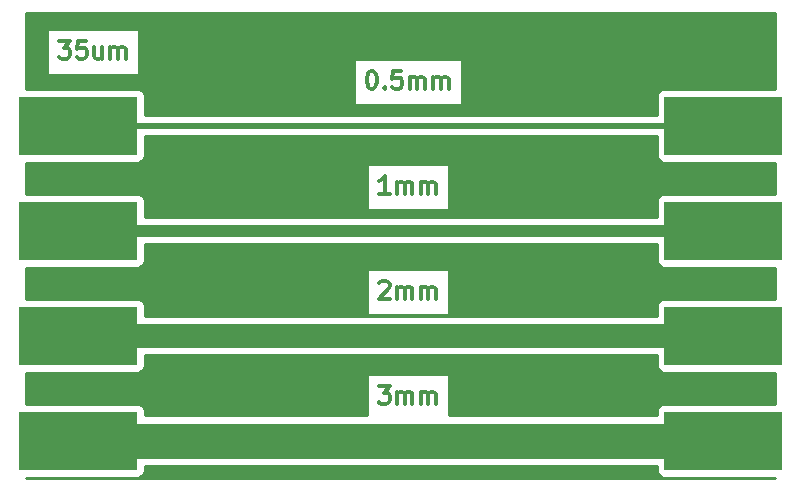
<source format=gbr>
%TF.GenerationSoftware,KiCad,Pcbnew,(5.1.8)-1*%
%TF.CreationDate,2021-05-19T18:10:43+02:00*%
%TF.ProjectId,dummy,64756d6d-792e-46b6-9963-61645f706362,rev?*%
%TF.SameCoordinates,Original*%
%TF.FileFunction,Copper,L1,Top*%
%TF.FilePolarity,Positive*%
%FSLAX46Y46*%
G04 Gerber Fmt 4.6, Leading zero omitted, Abs format (unit mm)*
G04 Created by KiCad (PCBNEW (5.1.8)-1) date 2021-05-19 18:10:43*
%MOMM*%
%LPD*%
G01*
G04 APERTURE LIST*
%TA.AperFunction,NonConductor*%
%ADD10C,0.300000*%
%TD*%
%TA.AperFunction,SMDPad,CuDef*%
%ADD11R,10.000000X5.000000*%
%TD*%
%TA.AperFunction,Conductor*%
%ADD12C,0.500000*%
%TD*%
%TA.AperFunction,Conductor*%
%ADD13C,3.000000*%
%TD*%
%TA.AperFunction,Conductor*%
%ADD14C,1.000000*%
%TD*%
%TA.AperFunction,Conductor*%
%ADD15C,2.000000*%
%TD*%
%TA.AperFunction,NonConductor*%
%ADD16C,0.254000*%
%TD*%
%TA.AperFunction,NonConductor*%
%ADD17C,0.100000*%
%TD*%
G04 APERTURE END LIST*
D10*
X139347142Y-43628571D02*
X140275714Y-43628571D01*
X139775714Y-44200000D01*
X139990000Y-44200000D01*
X140132857Y-44271428D01*
X140204285Y-44342857D01*
X140275714Y-44485714D01*
X140275714Y-44842857D01*
X140204285Y-44985714D01*
X140132857Y-45057142D01*
X139990000Y-45128571D01*
X139561428Y-45128571D01*
X139418571Y-45057142D01*
X139347142Y-44985714D01*
X141632857Y-43628571D02*
X140918571Y-43628571D01*
X140847142Y-44342857D01*
X140918571Y-44271428D01*
X141061428Y-44200000D01*
X141418571Y-44200000D01*
X141561428Y-44271428D01*
X141632857Y-44342857D01*
X141704285Y-44485714D01*
X141704285Y-44842857D01*
X141632857Y-44985714D01*
X141561428Y-45057142D01*
X141418571Y-45128571D01*
X141061428Y-45128571D01*
X140918571Y-45057142D01*
X140847142Y-44985714D01*
X142990000Y-44128571D02*
X142990000Y-45128571D01*
X142347142Y-44128571D02*
X142347142Y-44914285D01*
X142418571Y-45057142D01*
X142561428Y-45128571D01*
X142775714Y-45128571D01*
X142918571Y-45057142D01*
X142990000Y-44985714D01*
X143704285Y-45128571D02*
X143704285Y-44128571D01*
X143704285Y-44271428D02*
X143775714Y-44200000D01*
X143918571Y-44128571D01*
X144132857Y-44128571D01*
X144275714Y-44200000D01*
X144347142Y-44342857D01*
X144347142Y-45128571D01*
X144347142Y-44342857D02*
X144418571Y-44200000D01*
X144561428Y-44128571D01*
X144775714Y-44128571D01*
X144918571Y-44200000D01*
X144990000Y-44342857D01*
X144990000Y-45128571D01*
X166410000Y-72838571D02*
X167338571Y-72838571D01*
X166838571Y-73410000D01*
X167052857Y-73410000D01*
X167195714Y-73481428D01*
X167267142Y-73552857D01*
X167338571Y-73695714D01*
X167338571Y-74052857D01*
X167267142Y-74195714D01*
X167195714Y-74267142D01*
X167052857Y-74338571D01*
X166624285Y-74338571D01*
X166481428Y-74267142D01*
X166410000Y-74195714D01*
X167981428Y-74338571D02*
X167981428Y-73338571D01*
X167981428Y-73481428D02*
X168052857Y-73410000D01*
X168195714Y-73338571D01*
X168410000Y-73338571D01*
X168552857Y-73410000D01*
X168624285Y-73552857D01*
X168624285Y-74338571D01*
X168624285Y-73552857D02*
X168695714Y-73410000D01*
X168838571Y-73338571D01*
X169052857Y-73338571D01*
X169195714Y-73410000D01*
X169267142Y-73552857D01*
X169267142Y-74338571D01*
X169981428Y-74338571D02*
X169981428Y-73338571D01*
X169981428Y-73481428D02*
X170052857Y-73410000D01*
X170195714Y-73338571D01*
X170410000Y-73338571D01*
X170552857Y-73410000D01*
X170624285Y-73552857D01*
X170624285Y-74338571D01*
X170624285Y-73552857D02*
X170695714Y-73410000D01*
X170838571Y-73338571D01*
X171052857Y-73338571D01*
X171195714Y-73410000D01*
X171267142Y-73552857D01*
X171267142Y-74338571D01*
X166481428Y-64091428D02*
X166552857Y-64020000D01*
X166695714Y-63948571D01*
X167052857Y-63948571D01*
X167195714Y-64020000D01*
X167267142Y-64091428D01*
X167338571Y-64234285D01*
X167338571Y-64377142D01*
X167267142Y-64591428D01*
X166410000Y-65448571D01*
X167338571Y-65448571D01*
X167981428Y-65448571D02*
X167981428Y-64448571D01*
X167981428Y-64591428D02*
X168052857Y-64520000D01*
X168195714Y-64448571D01*
X168410000Y-64448571D01*
X168552857Y-64520000D01*
X168624285Y-64662857D01*
X168624285Y-65448571D01*
X168624285Y-64662857D02*
X168695714Y-64520000D01*
X168838571Y-64448571D01*
X169052857Y-64448571D01*
X169195714Y-64520000D01*
X169267142Y-64662857D01*
X169267142Y-65448571D01*
X169981428Y-65448571D02*
X169981428Y-64448571D01*
X169981428Y-64591428D02*
X170052857Y-64520000D01*
X170195714Y-64448571D01*
X170410000Y-64448571D01*
X170552857Y-64520000D01*
X170624285Y-64662857D01*
X170624285Y-65448571D01*
X170624285Y-64662857D02*
X170695714Y-64520000D01*
X170838571Y-64448571D01*
X171052857Y-64448571D01*
X171195714Y-64520000D01*
X171267142Y-64662857D01*
X171267142Y-65448571D01*
X167338571Y-56558571D02*
X166481428Y-56558571D01*
X166910000Y-56558571D02*
X166910000Y-55058571D01*
X166767142Y-55272857D01*
X166624285Y-55415714D01*
X166481428Y-55487142D01*
X167981428Y-56558571D02*
X167981428Y-55558571D01*
X167981428Y-55701428D02*
X168052857Y-55630000D01*
X168195714Y-55558571D01*
X168410000Y-55558571D01*
X168552857Y-55630000D01*
X168624285Y-55772857D01*
X168624285Y-56558571D01*
X168624285Y-55772857D02*
X168695714Y-55630000D01*
X168838571Y-55558571D01*
X169052857Y-55558571D01*
X169195714Y-55630000D01*
X169267142Y-55772857D01*
X169267142Y-56558571D01*
X169981428Y-56558571D02*
X169981428Y-55558571D01*
X169981428Y-55701428D02*
X170052857Y-55630000D01*
X170195714Y-55558571D01*
X170410000Y-55558571D01*
X170552857Y-55630000D01*
X170624285Y-55772857D01*
X170624285Y-56558571D01*
X170624285Y-55772857D02*
X170695714Y-55630000D01*
X170838571Y-55558571D01*
X171052857Y-55558571D01*
X171195714Y-55630000D01*
X171267142Y-55772857D01*
X171267142Y-56558571D01*
X165767142Y-46168571D02*
X165910000Y-46168571D01*
X166052857Y-46240000D01*
X166124285Y-46311428D01*
X166195714Y-46454285D01*
X166267142Y-46740000D01*
X166267142Y-47097142D01*
X166195714Y-47382857D01*
X166124285Y-47525714D01*
X166052857Y-47597142D01*
X165910000Y-47668571D01*
X165767142Y-47668571D01*
X165624285Y-47597142D01*
X165552857Y-47525714D01*
X165481428Y-47382857D01*
X165410000Y-47097142D01*
X165410000Y-46740000D01*
X165481428Y-46454285D01*
X165552857Y-46311428D01*
X165624285Y-46240000D01*
X165767142Y-46168571D01*
X166910000Y-47525714D02*
X166981428Y-47597142D01*
X166910000Y-47668571D01*
X166838571Y-47597142D01*
X166910000Y-47525714D01*
X166910000Y-47668571D01*
X168338571Y-46168571D02*
X167624285Y-46168571D01*
X167552857Y-46882857D01*
X167624285Y-46811428D01*
X167767142Y-46740000D01*
X168124285Y-46740000D01*
X168267142Y-46811428D01*
X168338571Y-46882857D01*
X168410000Y-47025714D01*
X168410000Y-47382857D01*
X168338571Y-47525714D01*
X168267142Y-47597142D01*
X168124285Y-47668571D01*
X167767142Y-47668571D01*
X167624285Y-47597142D01*
X167552857Y-47525714D01*
X169052857Y-47668571D02*
X169052857Y-46668571D01*
X169052857Y-46811428D02*
X169124285Y-46740000D01*
X169267142Y-46668571D01*
X169481428Y-46668571D01*
X169624285Y-46740000D01*
X169695714Y-46882857D01*
X169695714Y-47668571D01*
X169695714Y-46882857D02*
X169767142Y-46740000D01*
X169910000Y-46668571D01*
X170124285Y-46668571D01*
X170267142Y-46740000D01*
X170338571Y-46882857D01*
X170338571Y-47668571D01*
X171052857Y-47668571D02*
X171052857Y-46668571D01*
X171052857Y-46811428D02*
X171124285Y-46740000D01*
X171267142Y-46668571D01*
X171481428Y-46668571D01*
X171624285Y-46740000D01*
X171695714Y-46882857D01*
X171695714Y-47668571D01*
X171695714Y-46882857D02*
X171767142Y-46740000D01*
X171910000Y-46668571D01*
X172124285Y-46668571D01*
X172267142Y-46740000D01*
X172338571Y-46882857D01*
X172338571Y-47668571D01*
D11*
%TO.P,J8,1*%
%TO.N,Net-(J4-Pad1)*%
X195580000Y-68580000D03*
%TD*%
%TO.P,J7,1*%
%TO.N,Net-(J3-Pad1)*%
X195580000Y-59690000D03*
%TD*%
%TO.P,J6,1*%
%TO.N,Net-(J2-Pad1)*%
X195580000Y-77470000D03*
%TD*%
%TO.P,J5,1*%
%TO.N,Net-(J1-Pad1)*%
X195580000Y-50800000D03*
%TD*%
%TO.P,J4,1*%
%TO.N,Net-(J4-Pad1)*%
X140970000Y-68580000D03*
%TD*%
%TO.P,J3,1*%
%TO.N,Net-(J3-Pad1)*%
X140970000Y-59690000D03*
%TD*%
%TO.P,J2,1*%
%TO.N,Net-(J2-Pad1)*%
X140970000Y-77470000D03*
%TD*%
%TO.P,J1,1*%
%TO.N,Net-(J1-Pad1)*%
X140970000Y-50800000D03*
%TD*%
D12*
%TO.N,Net-(J1-Pad1)*%
X140970000Y-50800000D02*
X195580000Y-50800000D01*
D13*
%TO.N,Net-(J2-Pad1)*%
X140970000Y-77470000D02*
X195580000Y-77470000D01*
D14*
%TO.N,Net-(J3-Pad1)*%
X140970000Y-59690000D02*
X195580000Y-59690000D01*
D15*
%TO.N,Net-(J4-Pad1)*%
X140970000Y-68580000D02*
X195580000Y-68580000D01*
%TD*%
D16*
X189941928Y-79970000D02*
X189954188Y-80094482D01*
X189990498Y-80214180D01*
X190049463Y-80324494D01*
X190128815Y-80421185D01*
X190225506Y-80500537D01*
X190335820Y-80559502D01*
X190455518Y-80595812D01*
X190580000Y-80608072D01*
X200000000Y-80608072D01*
X200000000Y-80620000D01*
X136550000Y-80620000D01*
X136550000Y-80608072D01*
X145970000Y-80608072D01*
X146094482Y-80595812D01*
X146214180Y-80559502D01*
X146324494Y-80500537D01*
X146421185Y-80421185D01*
X146500537Y-80324494D01*
X146559502Y-80214180D01*
X146595812Y-80094482D01*
X146608072Y-79970000D01*
X146608072Y-79605000D01*
X189941928Y-79605000D01*
X189941928Y-79970000D01*
%TA.AperFunction,NonConductor*%
D17*
G36*
X189941928Y-79970000D02*
G01*
X189954188Y-80094482D01*
X189990498Y-80214180D01*
X190049463Y-80324494D01*
X190128815Y-80421185D01*
X190225506Y-80500537D01*
X190335820Y-80559502D01*
X190455518Y-80595812D01*
X190580000Y-80608072D01*
X200000000Y-80608072D01*
X200000000Y-80620000D01*
X136550000Y-80620000D01*
X136550000Y-80608072D01*
X145970000Y-80608072D01*
X146094482Y-80595812D01*
X146214180Y-80559502D01*
X146324494Y-80500537D01*
X146421185Y-80421185D01*
X146500537Y-80324494D01*
X146559502Y-80214180D01*
X146595812Y-80094482D01*
X146608072Y-79970000D01*
X146608072Y-79605000D01*
X189941928Y-79605000D01*
X189941928Y-79970000D01*
G37*
%TD.AperFunction*%
D16*
X189941928Y-71080000D02*
X189954188Y-71204482D01*
X189990498Y-71324180D01*
X190049463Y-71434494D01*
X190128815Y-71531185D01*
X190225506Y-71610537D01*
X190335820Y-71669502D01*
X190455518Y-71705812D01*
X190580000Y-71718072D01*
X200000000Y-71718072D01*
X200000000Y-74331928D01*
X190580000Y-74331928D01*
X190455518Y-74344188D01*
X190335820Y-74380498D01*
X190225506Y-74439463D01*
X190128815Y-74518815D01*
X190049463Y-74615506D01*
X189990498Y-74725820D01*
X189954188Y-74845518D01*
X189941928Y-74970000D01*
X189941928Y-75335000D01*
X172409286Y-75335000D01*
X172409286Y-71870000D01*
X165410715Y-71870000D01*
X165410715Y-75335000D01*
X146608072Y-75335000D01*
X146608072Y-74970000D01*
X146595812Y-74845518D01*
X146559502Y-74725820D01*
X146500537Y-74615506D01*
X146421185Y-74518815D01*
X146324494Y-74439463D01*
X146214180Y-74380498D01*
X146094482Y-74344188D01*
X145970000Y-74331928D01*
X136550000Y-74331928D01*
X136550000Y-71718072D01*
X145970000Y-71718072D01*
X146094482Y-71705812D01*
X146214180Y-71669502D01*
X146324494Y-71610537D01*
X146421185Y-71531185D01*
X146500537Y-71434494D01*
X146559502Y-71324180D01*
X146595812Y-71204482D01*
X146608072Y-71080000D01*
X146608072Y-70215000D01*
X189941928Y-70215000D01*
X189941928Y-71080000D01*
%TA.AperFunction,NonConductor*%
D17*
G36*
X189941928Y-71080000D02*
G01*
X189954188Y-71204482D01*
X189990498Y-71324180D01*
X190049463Y-71434494D01*
X190128815Y-71531185D01*
X190225506Y-71610537D01*
X190335820Y-71669502D01*
X190455518Y-71705812D01*
X190580000Y-71718072D01*
X200000000Y-71718072D01*
X200000000Y-74331928D01*
X190580000Y-74331928D01*
X190455518Y-74344188D01*
X190335820Y-74380498D01*
X190225506Y-74439463D01*
X190128815Y-74518815D01*
X190049463Y-74615506D01*
X189990498Y-74725820D01*
X189954188Y-74845518D01*
X189941928Y-74970000D01*
X189941928Y-75335000D01*
X172409286Y-75335000D01*
X172409286Y-71870000D01*
X165410715Y-71870000D01*
X165410715Y-75335000D01*
X146608072Y-75335000D01*
X146608072Y-74970000D01*
X146595812Y-74845518D01*
X146559502Y-74725820D01*
X146500537Y-74615506D01*
X146421185Y-74518815D01*
X146324494Y-74439463D01*
X146214180Y-74380498D01*
X146094482Y-74344188D01*
X145970000Y-74331928D01*
X136550000Y-74331928D01*
X136550000Y-71718072D01*
X145970000Y-71718072D01*
X146094482Y-71705812D01*
X146214180Y-71669502D01*
X146324494Y-71610537D01*
X146421185Y-71531185D01*
X146500537Y-71434494D01*
X146559502Y-71324180D01*
X146595812Y-71204482D01*
X146608072Y-71080000D01*
X146608072Y-70215000D01*
X189941928Y-70215000D01*
X189941928Y-71080000D01*
G37*
%TD.AperFunction*%
D16*
X189941928Y-62190000D02*
X189954188Y-62314482D01*
X189990498Y-62434180D01*
X190049463Y-62544494D01*
X190128815Y-62641185D01*
X190225506Y-62720537D01*
X190335820Y-62779502D01*
X190455518Y-62815812D01*
X190580000Y-62828072D01*
X200000000Y-62828072D01*
X200000000Y-65441928D01*
X190580000Y-65441928D01*
X190455518Y-65454188D01*
X190335820Y-65490498D01*
X190225506Y-65549463D01*
X190128815Y-65628815D01*
X190049463Y-65725506D01*
X189990498Y-65835820D01*
X189954188Y-65955518D01*
X189941928Y-66080000D01*
X189941928Y-66945000D01*
X146608072Y-66945000D01*
X146608072Y-66080000D01*
X146595812Y-65955518D01*
X146559502Y-65835820D01*
X146500537Y-65725506D01*
X146421185Y-65628815D01*
X146324494Y-65549463D01*
X146214180Y-65490498D01*
X146094482Y-65454188D01*
X145970000Y-65441928D01*
X136550000Y-65441928D01*
X136550000Y-62980000D01*
X165410715Y-62980000D01*
X165410715Y-66800000D01*
X172409286Y-66800000D01*
X172409286Y-62980000D01*
X165410715Y-62980000D01*
X136550000Y-62980000D01*
X136550000Y-62828072D01*
X145970000Y-62828072D01*
X146094482Y-62815812D01*
X146214180Y-62779502D01*
X146324494Y-62720537D01*
X146421185Y-62641185D01*
X146500537Y-62544494D01*
X146559502Y-62434180D01*
X146595812Y-62314482D01*
X146608072Y-62190000D01*
X146608072Y-60825000D01*
X189941928Y-60825000D01*
X189941928Y-62190000D01*
%TA.AperFunction,NonConductor*%
D17*
G36*
X189941928Y-62190000D02*
G01*
X189954188Y-62314482D01*
X189990498Y-62434180D01*
X190049463Y-62544494D01*
X190128815Y-62641185D01*
X190225506Y-62720537D01*
X190335820Y-62779502D01*
X190455518Y-62815812D01*
X190580000Y-62828072D01*
X200000000Y-62828072D01*
X200000000Y-65441928D01*
X190580000Y-65441928D01*
X190455518Y-65454188D01*
X190335820Y-65490498D01*
X190225506Y-65549463D01*
X190128815Y-65628815D01*
X190049463Y-65725506D01*
X189990498Y-65835820D01*
X189954188Y-65955518D01*
X189941928Y-66080000D01*
X189941928Y-66945000D01*
X146608072Y-66945000D01*
X146608072Y-66080000D01*
X146595812Y-65955518D01*
X146559502Y-65835820D01*
X146500537Y-65725506D01*
X146421185Y-65628815D01*
X146324494Y-65549463D01*
X146214180Y-65490498D01*
X146094482Y-65454188D01*
X145970000Y-65441928D01*
X136550000Y-65441928D01*
X136550000Y-62980000D01*
X165410715Y-62980000D01*
X165410715Y-66800000D01*
X172409286Y-66800000D01*
X172409286Y-62980000D01*
X165410715Y-62980000D01*
X136550000Y-62980000D01*
X136550000Y-62828072D01*
X145970000Y-62828072D01*
X146094482Y-62815812D01*
X146214180Y-62779502D01*
X146324494Y-62720537D01*
X146421185Y-62641185D01*
X146500537Y-62544494D01*
X146559502Y-62434180D01*
X146595812Y-62314482D01*
X146608072Y-62190000D01*
X146608072Y-60825000D01*
X189941928Y-60825000D01*
X189941928Y-62190000D01*
G37*
%TD.AperFunction*%
D16*
X189941928Y-53300000D02*
X189954188Y-53424482D01*
X189990498Y-53544180D01*
X190049463Y-53654494D01*
X190128815Y-53751185D01*
X190225506Y-53830537D01*
X190335820Y-53889502D01*
X190455518Y-53925812D01*
X190580000Y-53938072D01*
X200000001Y-53938072D01*
X200000001Y-56551928D01*
X190580000Y-56551928D01*
X190455518Y-56564188D01*
X190335820Y-56600498D01*
X190225506Y-56659463D01*
X190128815Y-56738815D01*
X190049463Y-56835506D01*
X189990498Y-56945820D01*
X189954188Y-57065518D01*
X189941928Y-57190000D01*
X189941928Y-58555000D01*
X146608072Y-58555000D01*
X146608072Y-57190000D01*
X146595812Y-57065518D01*
X146559502Y-56945820D01*
X146500537Y-56835506D01*
X146421185Y-56738815D01*
X146324494Y-56659463D01*
X146214180Y-56600498D01*
X146094482Y-56564188D01*
X145970000Y-56551928D01*
X136550000Y-56551928D01*
X136550000Y-54090000D01*
X165410715Y-54090000D01*
X165410715Y-57910000D01*
X172409286Y-57910000D01*
X172409286Y-54090000D01*
X165410715Y-54090000D01*
X136550000Y-54090000D01*
X136550000Y-53938072D01*
X145970000Y-53938072D01*
X146094482Y-53925812D01*
X146214180Y-53889502D01*
X146324494Y-53830537D01*
X146421185Y-53751185D01*
X146500537Y-53654494D01*
X146559502Y-53544180D01*
X146595812Y-53424482D01*
X146608072Y-53300000D01*
X146608072Y-51685000D01*
X189941928Y-51685000D01*
X189941928Y-53300000D01*
%TA.AperFunction,NonConductor*%
D17*
G36*
X189941928Y-53300000D02*
G01*
X189954188Y-53424482D01*
X189990498Y-53544180D01*
X190049463Y-53654494D01*
X190128815Y-53751185D01*
X190225506Y-53830537D01*
X190335820Y-53889502D01*
X190455518Y-53925812D01*
X190580000Y-53938072D01*
X200000001Y-53938072D01*
X200000001Y-56551928D01*
X190580000Y-56551928D01*
X190455518Y-56564188D01*
X190335820Y-56600498D01*
X190225506Y-56659463D01*
X190128815Y-56738815D01*
X190049463Y-56835506D01*
X189990498Y-56945820D01*
X189954188Y-57065518D01*
X189941928Y-57190000D01*
X189941928Y-58555000D01*
X146608072Y-58555000D01*
X146608072Y-57190000D01*
X146595812Y-57065518D01*
X146559502Y-56945820D01*
X146500537Y-56835506D01*
X146421185Y-56738815D01*
X146324494Y-56659463D01*
X146214180Y-56600498D01*
X146094482Y-56564188D01*
X145970000Y-56551928D01*
X136550000Y-56551928D01*
X136550000Y-54090000D01*
X165410715Y-54090000D01*
X165410715Y-57910000D01*
X172409286Y-57910000D01*
X172409286Y-54090000D01*
X165410715Y-54090000D01*
X136550000Y-54090000D01*
X136550000Y-53938072D01*
X145970000Y-53938072D01*
X146094482Y-53925812D01*
X146214180Y-53889502D01*
X146324494Y-53830537D01*
X146421185Y-53751185D01*
X146500537Y-53654494D01*
X146559502Y-53544180D01*
X146595812Y-53424482D01*
X146608072Y-53300000D01*
X146608072Y-51685000D01*
X189941928Y-51685000D01*
X189941928Y-53300000D01*
G37*
%TD.AperFunction*%
D16*
X200000001Y-47661928D02*
X190580000Y-47661928D01*
X190455518Y-47674188D01*
X190335820Y-47710498D01*
X190225506Y-47769463D01*
X190128815Y-47848815D01*
X190049463Y-47945506D01*
X189990498Y-48055820D01*
X189954188Y-48175518D01*
X189941928Y-48300000D01*
X189941928Y-49915000D01*
X146608072Y-49915000D01*
X146608072Y-48300000D01*
X146595812Y-48175518D01*
X146559502Y-48055820D01*
X146500537Y-47945506D01*
X146421185Y-47848815D01*
X146324494Y-47769463D01*
X146214180Y-47710498D01*
X146094482Y-47674188D01*
X145970000Y-47661928D01*
X136550000Y-47661928D01*
X136550000Y-42660000D01*
X138347857Y-42660000D01*
X138347857Y-46480000D01*
X146132143Y-46480000D01*
X146132143Y-45200000D01*
X164339286Y-45200000D01*
X164339286Y-49020000D01*
X173480715Y-49020000D01*
X173480715Y-45200000D01*
X164339286Y-45200000D01*
X146132143Y-45200000D01*
X146132143Y-42660000D01*
X138347857Y-42660000D01*
X136550000Y-42660000D01*
X136550000Y-41300000D01*
X200000001Y-41300000D01*
X200000001Y-47661928D01*
%TA.AperFunction,NonConductor*%
D17*
G36*
X200000001Y-47661928D02*
G01*
X190580000Y-47661928D01*
X190455518Y-47674188D01*
X190335820Y-47710498D01*
X190225506Y-47769463D01*
X190128815Y-47848815D01*
X190049463Y-47945506D01*
X189990498Y-48055820D01*
X189954188Y-48175518D01*
X189941928Y-48300000D01*
X189941928Y-49915000D01*
X146608072Y-49915000D01*
X146608072Y-48300000D01*
X146595812Y-48175518D01*
X146559502Y-48055820D01*
X146500537Y-47945506D01*
X146421185Y-47848815D01*
X146324494Y-47769463D01*
X146214180Y-47710498D01*
X146094482Y-47674188D01*
X145970000Y-47661928D01*
X136550000Y-47661928D01*
X136550000Y-42660000D01*
X138347857Y-42660000D01*
X138347857Y-46480000D01*
X146132143Y-46480000D01*
X146132143Y-45200000D01*
X164339286Y-45200000D01*
X164339286Y-49020000D01*
X173480715Y-49020000D01*
X173480715Y-45200000D01*
X164339286Y-45200000D01*
X146132143Y-45200000D01*
X146132143Y-42660000D01*
X138347857Y-42660000D01*
X136550000Y-42660000D01*
X136550000Y-41300000D01*
X200000001Y-41300000D01*
X200000001Y-47661928D01*
G37*
%TD.AperFunction*%
M02*

</source>
